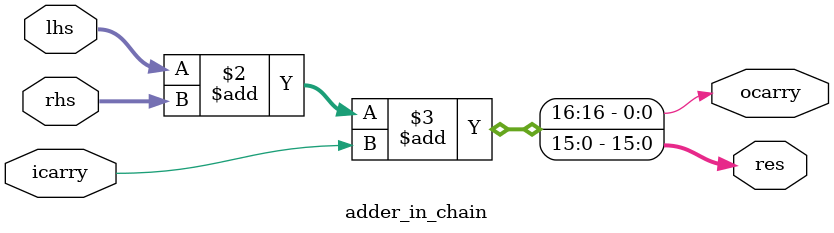
<source format=sv>
`timescale 1ns / 1ps

module adder_in_chain#(
    parameter int unsigned width = 16)(
    input logic [width-1:0] lhs,
    input logic [width-1:0] rhs,
    input logic icarry,
    output logic [width-1:0] res,
    output logic ocarry
    );

    always_comb begin
        {ocarry, res} <= lhs + rhs + icarry;
    end

endmodule : adder_in_chain
</source>
